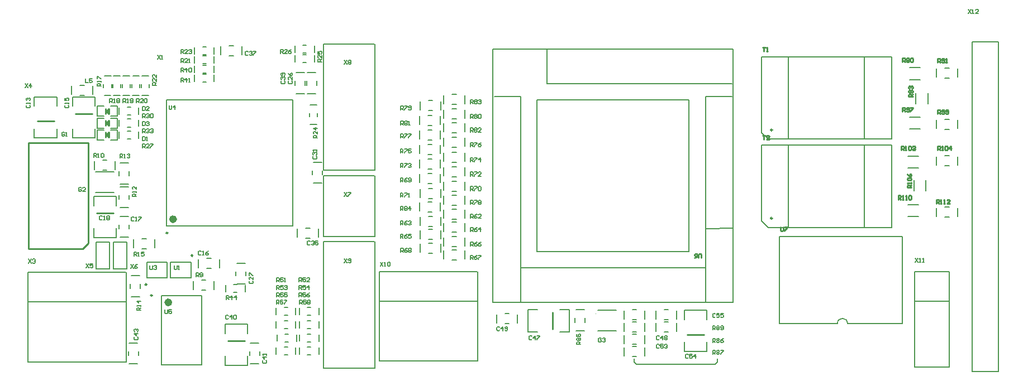
<source format=gto>
G04*
G04 #@! TF.GenerationSoftware,Altium Limited,Altium Designer,20.0.2 (26)*
G04*
G04 Layer_Color=439754*
%FSLAX44Y44*%
%MOMM*%
G71*
G01*
G75*
%ADD10C,0.1000*%
%ADD11C,0.2540*%
%ADD12C,0.1524*%
%ADD13C,0.2500*%
%ADD14C,0.6000*%
%ADD15C,0.2000*%
%ADD16C,0.1500*%
%ADD17C,0.1270*%
D10*
X2734020Y296420D02*
G03*
X2734020Y296420I-500J0D01*
G01*
X1973020Y505800D02*
G03*
X1973020Y505800I-500J0D01*
G01*
D11*
X3000934Y575140D02*
G03*
X3000934Y575140I-1414J0D01*
G01*
Y441140D02*
G03*
X3000934Y441140I-1414J0D01*
G01*
X2871820Y264510D02*
X2897220D01*
X2667820Y272940D02*
Y298340D01*
X1873520Y394640D02*
Y555640D01*
X1955520D01*
X1964520Y546640D02*
Y555640D01*
X1955520D02*
X1964520D01*
X1873520Y394640D02*
X1956200D01*
X1964520Y402960D02*
Y546640D01*
X1956200Y394640D02*
X1964520Y402960D01*
X1886820Y588340D02*
X1912220D01*
X1944820Y599770D02*
X1970220D01*
X1976820Y448770D02*
X2002220D01*
X1995550Y563830D02*
Y567640D01*
X1991740D02*
X1995550Y571450D01*
X1991740Y567640D02*
X1995550Y563830D01*
Y567640D02*
Y571450D01*
X1990470Y563830D02*
Y571450D01*
X1992976Y567584D02*
X1995516D01*
X1995550Y581830D02*
Y585640D01*
X1991740D02*
X1995550Y589450D01*
X1991740Y585640D02*
X1995550Y581830D01*
Y585640D02*
Y589450D01*
X1990470Y581830D02*
Y589450D01*
X1992976Y585584D02*
X1995516D01*
X1995550Y599830D02*
Y603640D01*
X1991740D02*
X1995550Y607450D01*
X1991740Y603640D02*
X1995550Y599830D01*
Y603640D02*
Y607450D01*
X1990470Y599830D02*
Y607450D01*
X1992976Y603584D02*
X1995516D01*
X2175820Y254770D02*
X2201220D01*
X3249520Y463640D02*
Y469638D01*
X3252519D01*
X3253519Y468638D01*
Y466639D01*
X3252519Y465639D01*
X3249520D01*
X3251519D02*
X3253519Y463640D01*
X3255518D02*
X3257517D01*
X3256518D01*
Y469638D01*
X3255518Y468638D01*
X3260516Y463640D02*
X3262516D01*
X3261516D01*
Y469638D01*
X3260516Y468638D01*
X3269514Y463640D02*
X3265515D01*
X3269514Y467639D01*
Y468638D01*
X3268514Y469638D01*
X3266514D01*
X3265515Y468638D01*
X3191520Y469640D02*
Y475638D01*
X3194519D01*
X3195519Y474638D01*
Y472639D01*
X3194519Y471639D01*
X3191520D01*
X3193519D02*
X3195519Y469640D01*
X3197518D02*
X3199518D01*
X3198518D01*
Y475638D01*
X3197518Y474638D01*
X3202516Y469640D02*
X3204516D01*
X3203516D01*
Y475638D01*
X3202516Y474638D01*
X3207515D02*
X3208514Y475638D01*
X3210514D01*
X3211513Y474638D01*
Y470640D01*
X3210514Y469640D01*
X3208514D01*
X3207515Y470640D01*
Y474638D01*
X3211520Y487640D02*
X3205522D01*
Y490639D01*
X3206522Y491639D01*
X3208521D01*
X3209521Y490639D01*
Y487640D01*
Y489639D02*
X3211520Y491639D01*
Y493638D02*
Y495637D01*
Y494638D01*
X3205522D01*
X3206522Y493638D01*
Y498636D02*
X3205522Y499636D01*
Y501635D01*
X3206522Y502635D01*
X3210520D01*
X3211520Y501635D01*
Y499636D01*
X3210520Y498636D01*
X3206522D01*
X3205522Y508633D02*
X3206522Y506634D01*
X3208521Y504635D01*
X3210520D01*
X3211520Y505634D01*
Y507634D01*
X3210520Y508633D01*
X3209521D01*
X3208521Y507634D01*
Y504635D01*
X3213520Y625640D02*
X3207522D01*
Y628639D01*
X3208522Y629639D01*
X3210521D01*
X3211521Y628639D01*
Y625640D01*
Y627639D02*
X3213520Y629639D01*
X3212520Y631638D02*
X3213520Y632638D01*
Y634637D01*
X3212520Y635637D01*
X3208522D01*
X3207522Y634637D01*
Y632638D01*
X3208522Y631638D01*
X3209521D01*
X3210521Y632638D01*
Y635637D01*
X3208522Y637636D02*
X3207522Y638636D01*
Y640635D01*
X3208522Y641635D01*
X3209521D01*
X3210521Y640635D01*
Y639636D01*
Y640635D01*
X3211521Y641635D01*
X3212520D01*
X3213520Y640635D01*
Y638636D01*
X3212520Y637636D01*
X3198114Y603250D02*
Y609248D01*
X3201113D01*
X3202113Y608248D01*
Y606249D01*
X3201113Y605249D01*
X3198114D01*
X3200114D02*
X3202113Y603250D01*
X3204112Y604250D02*
X3205112Y603250D01*
X3207111D01*
X3208111Y604250D01*
Y608248D01*
X3207111Y609248D01*
X3205112D01*
X3204112Y608248D01*
Y607249D01*
X3205112Y606249D01*
X3208111D01*
X3210110Y609248D02*
X3214109D01*
Y608248D01*
X3210110Y604250D01*
Y603250D01*
X3013202Y428020D02*
Y423022D01*
X3014202Y422022D01*
X3016201D01*
X3017201Y423022D01*
Y428020D01*
X3019200D02*
X3023199D01*
Y427020D01*
X3019200Y423022D01*
Y422022D01*
X2893180Y381022D02*
Y386020D01*
X2892180Y387020D01*
X2890181D01*
X2889181Y386020D01*
Y381022D01*
X2883183D02*
X2885182Y382022D01*
X2887182Y384021D01*
Y386020D01*
X2886182Y387020D01*
X2884183D01*
X2883183Y386020D01*
Y385021D01*
X2884183Y384021D01*
X2887182D01*
X2986024Y566830D02*
X2990023D01*
X2988023D01*
Y560832D01*
X2996021D02*
X2992022D01*
X2996021Y564831D01*
Y565830D01*
X2995021Y566830D01*
X2993022D01*
X2992022Y565830D01*
X2986024Y700688D02*
X2990023D01*
X2988023D01*
Y694690D01*
X2992022D02*
X2994021D01*
X2993022D01*
Y700688D01*
X2992022Y699688D01*
X3251454Y544322D02*
Y550320D01*
X3254453D01*
X3255453Y549320D01*
Y547321D01*
X3254453Y546321D01*
X3251454D01*
X3253453D02*
X3255453Y544322D01*
X3257452D02*
X3259451D01*
X3258452D01*
Y550320D01*
X3257452Y549320D01*
X3262450D02*
X3263450Y550320D01*
X3265450D01*
X3266449Y549320D01*
Y545322D01*
X3265450Y544322D01*
X3263450D01*
X3262450Y545322D01*
Y549320D01*
X3271447Y544322D02*
Y550320D01*
X3268448Y547321D01*
X3272447D01*
X3196082Y544322D02*
Y550320D01*
X3199081D01*
X3200081Y549320D01*
Y547321D01*
X3199081Y546321D01*
X3196082D01*
X3198081D02*
X3200081Y544322D01*
X3202080D02*
X3204079D01*
X3203080D01*
Y550320D01*
X3202080Y549320D01*
X3207079D02*
X3208078Y550320D01*
X3210078D01*
X3211077Y549320D01*
Y545322D01*
X3210078Y544322D01*
X3208078D01*
X3207079Y545322D01*
Y549320D01*
X3213076D02*
X3214076Y550320D01*
X3216075D01*
X3217075Y549320D01*
Y548321D01*
X3216075Y547321D01*
X3215076D01*
X3216075D01*
X3217075Y546321D01*
Y545322D01*
X3216075Y544322D01*
X3214076D01*
X3213076Y545322D01*
X3251454Y599694D02*
Y605692D01*
X3254453D01*
X3255453Y604692D01*
Y602693D01*
X3254453Y601693D01*
X3251454D01*
X3253453D02*
X3255453Y599694D01*
X3257452Y600694D02*
X3258452Y599694D01*
X3260451D01*
X3261451Y600694D01*
Y604692D01*
X3260451Y605692D01*
X3258452D01*
X3257452Y604692D01*
Y603693D01*
X3258452Y602693D01*
X3261451D01*
X3263450Y600694D02*
X3264450Y599694D01*
X3266449D01*
X3267449Y600694D01*
Y604692D01*
X3266449Y605692D01*
X3264450D01*
X3263450Y604692D01*
Y603693D01*
X3264450Y602693D01*
X3267449D01*
X3251454Y677672D02*
Y683670D01*
X3254453D01*
X3255453Y682670D01*
Y680671D01*
X3254453Y679671D01*
X3251454D01*
X3253453D02*
X3255453Y677672D01*
X3257452Y678672D02*
X3258452Y677672D01*
X3260451D01*
X3261451Y678672D01*
Y682670D01*
X3260451Y683670D01*
X3258452D01*
X3257452Y682670D01*
Y681671D01*
X3258452Y680671D01*
X3261451D01*
X3263450Y677672D02*
X3265450D01*
X3264450D01*
Y683670D01*
X3263450Y682670D01*
X3198114Y678180D02*
Y684178D01*
X3201113D01*
X3202113Y683178D01*
Y681179D01*
X3201113Y680179D01*
X3198114D01*
X3200114D02*
X3202113Y678180D01*
X3204112Y679180D02*
X3205112Y678180D01*
X3207111D01*
X3208111Y679180D01*
Y683178D01*
X3207111Y684178D01*
X3205112D01*
X3204112Y683178D01*
Y682179D01*
X3205112Y681179D01*
X3208111D01*
X3210110Y683178D02*
X3211110Y684178D01*
X3213109D01*
X3214109Y683178D01*
Y679180D01*
X3213109Y678180D01*
X3211110D01*
X3210110Y679180D01*
Y683178D01*
D12*
X3114750Y281480D02*
G03*
X3099510Y281480I-7620J0D01*
G01*
X2577520Y313640D02*
X2941520D01*
X2644520Y390640D02*
X2874520D01*
Y620640D01*
X2644520D02*
X2874520D01*
X2644520Y390640D02*
Y620640D01*
X2899520Y315280D02*
Y425640D01*
X2941300Y425770D01*
X2577521Y697640D02*
X2941520D01*
X2577520Y313640D02*
Y697640D01*
X2941520Y313640D02*
Y697640D01*
X2659520Y645640D02*
X2939520D01*
X2659520Y645640D02*
Y697550D01*
X2619520Y314010D02*
Y625640D01*
X2579520D02*
X2619520D01*
Y365640D02*
X2899520D01*
Y425640D02*
Y625640D01*
Y425640D02*
X2941300Y425770D01*
X2899520Y625640D02*
X2939520D01*
X3011520Y281480D02*
Y413560D01*
X3197520Y281480D02*
Y413560D01*
X3011520D02*
X3197520D01*
X3114750Y281480D02*
X3197520D01*
X3011520D02*
X3099510D01*
D13*
X2122770Y384640D02*
G03*
X2122770Y384640I-1250J0D01*
G01*
X2052770Y340640D02*
G03*
X2052770Y340640I-1250J0D01*
G01*
X2061270Y323940D02*
G03*
X2061270Y323940I-1250J0D01*
G01*
X2084770Y418890D02*
G03*
X2084770Y418890I-1250J0D01*
G01*
D14*
X2088520Y313490D02*
G03*
X2088520Y313490I-3000J0D01*
G01*
X2095770Y439640D02*
G03*
X2095770Y439640I-3000J0D01*
G01*
D15*
X2917520Y222640D02*
Y227640D01*
X2914520Y219640D02*
X2917520Y222640D01*
X2794520Y219640D02*
X2914520D01*
X2791520Y222640D02*
X2794520Y219640D01*
X2791520Y222640D02*
Y227640D01*
X3206660Y443530D02*
X3222520Y443640D01*
X3206520Y461640D02*
X3222520D01*
X3233520Y498640D02*
X3233630Y482780D01*
X3215520Y482640D02*
Y498640D01*
X3236520Y630640D02*
X3236630Y614780D01*
X3218520Y614640D02*
Y630640D01*
X3208660Y576530D02*
X3224520Y576640D01*
X3208520Y594640D02*
X3224520D01*
X2867520Y239110D02*
X2901520D01*
Y253080D01*
X2867520Y239110D02*
Y253080D01*
Y301340D02*
X2901520D01*
X2867520Y287370D02*
Y301340D01*
X2901520Y287370D02*
Y301340D01*
X2736520Y270510D02*
X2764520D01*
X2736520Y302010D02*
X2764520D01*
X2693220Y268640D02*
Y302640D01*
X2679250D02*
X2693220D01*
X2679250Y268640D02*
X2693220D01*
X2630990D02*
Y302640D01*
Y268640D02*
X2644960D01*
X2630990Y302640D02*
X2644960D01*
X3208520Y669640D02*
X3224520D01*
X3208660Y651530D02*
X3224520Y651640D01*
X2984520Y571140D02*
Y686140D01*
Y571140D02*
X2994520Y561140D01*
X3181520D01*
X2984520Y686140D02*
X3181520D01*
X3140520Y561140D02*
Y686140D01*
X3025520Y561140D02*
Y686140D01*
X3181520Y561140D02*
Y686140D01*
X3206520Y535640D02*
X3222520D01*
X3206660Y517530D02*
X3222520Y517640D01*
X2984520Y437140D02*
Y552140D01*
Y437140D02*
X2994520Y427140D01*
X3181520D01*
X2984520Y552140D02*
X3181520D01*
X3140520Y427140D02*
Y552140D01*
X3025520Y427140D02*
Y552140D01*
X3181520Y427140D02*
Y552140D01*
X1916520Y611200D02*
Y625170D01*
X1882520Y611200D02*
Y625170D01*
X1916520D01*
X1882520Y562940D02*
Y576910D01*
X1916520Y562940D02*
Y576910D01*
X1882520Y562940D02*
X1916520D01*
X1940520D02*
Y576910D01*
X1974520Y562940D02*
Y576910D01*
X1940520Y562940D02*
X1974520D01*
Y611200D02*
Y625170D01*
X1940520Y611200D02*
Y625170D01*
X1974520D01*
X1972520Y411940D02*
Y425910D01*
X2006520Y411940D02*
Y425910D01*
X1972520Y411940D02*
X2006520D01*
Y460200D02*
Y474170D01*
X1972520Y460200D02*
Y474170D01*
X2006520D01*
X1975520Y479890D02*
X2003520D01*
X1975520Y511390D02*
X2003520D01*
X2089020Y351140D02*
Y374140D01*
X2120020Y351140D02*
Y374140D01*
X2089020Y351140D02*
X2120020D01*
X2089020Y374140D02*
X2120020D01*
X2084020Y351140D02*
Y374140D01*
X2053020Y351140D02*
Y374140D01*
X2084020D01*
X2053020Y351140D02*
X2084020D01*
X2075520Y218490D02*
X2136020D01*
X2075520Y323490D02*
X2136020D01*
Y218490D02*
Y323490D01*
X2075520Y218490D02*
Y323490D01*
X2171520Y280170D02*
X2205520D01*
X2171520Y266200D02*
Y280170D01*
X2205520Y266200D02*
Y280170D01*
X2171520Y217940D02*
X2205520D01*
Y231910D01*
X2171520Y217940D02*
Y231910D01*
X2273770Y429640D02*
Y620640D01*
X2082770Y429640D02*
Y620640D01*
X2273770D01*
X2082770Y429640D02*
X2273770D01*
X2873519Y233638D02*
X2872519Y234638D01*
X2870520D01*
X2869520Y233638D01*
Y229640D01*
X2870520Y228640D01*
X2872519D01*
X2873519Y229640D01*
X2879517Y234638D02*
X2875518D01*
Y231639D01*
X2877517Y232639D01*
X2878517D01*
X2879517Y231639D01*
Y229640D01*
X2878517Y228640D01*
X2876518D01*
X2875518Y229640D01*
X2884515Y228640D02*
Y234638D01*
X2881516Y231639D01*
X2885515D01*
X2829519Y248638D02*
X2828519Y249638D01*
X2826520D01*
X2825520Y248638D01*
Y244640D01*
X2826520Y243640D01*
X2828519D01*
X2829519Y244640D01*
X2835517Y249638D02*
X2831518D01*
Y246639D01*
X2833517Y247639D01*
X2834517D01*
X2835517Y246639D01*
Y244640D01*
X2834517Y243640D01*
X2832518D01*
X2831518Y244640D01*
X2837516Y248638D02*
X2838516Y249638D01*
X2840515D01*
X2841515Y248638D01*
Y247639D01*
X2840515Y246639D01*
X2839515D01*
X2840515D01*
X2841515Y245639D01*
Y244640D01*
X2840515Y243640D01*
X2838516D01*
X2837516Y244640D01*
X2829519Y261638D02*
X2828519Y262638D01*
X2826520D01*
X2825520Y261638D01*
Y257640D01*
X2826520Y256640D01*
X2828519D01*
X2829519Y257640D01*
X2834517Y256640D02*
Y262638D01*
X2831518Y259639D01*
X2835517D01*
X2837516Y261638D02*
X2838516Y262638D01*
X2840515D01*
X2841515Y261638D01*
Y260639D01*
X2840515Y259639D01*
X2841515Y258639D01*
Y257640D01*
X2840515Y256640D01*
X2838516D01*
X2837516Y257640D01*
Y258639D01*
X2838516Y259639D01*
X2837516Y260639D01*
Y261638D01*
X2838516Y259639D02*
X2840515D01*
X2914519Y295638D02*
X2913519Y296638D01*
X2911520D01*
X2910520Y295638D01*
Y291640D01*
X2911520Y290640D01*
X2913519D01*
X2914519Y291640D01*
X2920517Y296638D02*
X2916518D01*
Y293639D01*
X2918517Y294639D01*
X2919517D01*
X2920517Y293639D01*
Y291640D01*
X2919517Y290640D01*
X2917518D01*
X2916518Y291640D01*
X2926515Y296638D02*
X2922516D01*
Y293639D01*
X2924515Y294639D01*
X2925515D01*
X2926515Y293639D01*
Y291640D01*
X2925515Y290640D01*
X2923516D01*
X2922516Y291640D01*
X2910520Y271640D02*
Y277638D01*
X2913519D01*
X2914519Y276638D01*
Y274639D01*
X2913519Y273639D01*
X2910520D01*
X2912520D02*
X2914519Y271640D01*
X2916518Y276638D02*
X2917518Y277638D01*
X2919517D01*
X2920517Y276638D01*
Y275639D01*
X2919517Y274639D01*
X2920517Y273639D01*
Y272640D01*
X2919517Y271640D01*
X2917518D01*
X2916518Y272640D01*
Y273639D01*
X2917518Y274639D01*
X2916518Y275639D01*
Y276638D01*
X2917518Y274639D02*
X2919517D01*
X2922516Y272640D02*
X2923516Y271640D01*
X2925515D01*
X2926515Y272640D01*
Y276638D01*
X2925515Y277638D01*
X2923516D01*
X2922516Y276638D01*
Y275639D01*
X2923516Y274639D01*
X2926515D01*
X2910520Y252640D02*
Y258638D01*
X2913519D01*
X2914519Y257638D01*
Y255639D01*
X2913519Y254639D01*
X2910520D01*
X2912520D02*
X2914519Y252640D01*
X2916518Y257638D02*
X2917518Y258638D01*
X2919517D01*
X2920517Y257638D01*
Y256639D01*
X2919517Y255639D01*
X2920517Y254639D01*
Y253640D01*
X2919517Y252640D01*
X2917518D01*
X2916518Y253640D01*
Y254639D01*
X2917518Y255639D01*
X2916518Y256639D01*
Y257638D01*
X2917518Y255639D02*
X2919517D01*
X2926515Y258638D02*
X2924515Y257638D01*
X2922516Y255639D01*
Y253640D01*
X2923516Y252640D01*
X2925515D01*
X2926515Y253640D01*
Y254639D01*
X2925515Y255639D01*
X2922516D01*
X2910520Y234640D02*
Y240638D01*
X2913519D01*
X2914519Y239638D01*
Y237639D01*
X2913519Y236639D01*
X2910520D01*
X2912520D02*
X2914519Y234640D01*
X2916518Y239638D02*
X2917518Y240638D01*
X2919517D01*
X2920517Y239638D01*
Y238639D01*
X2919517Y237639D01*
X2920517Y236639D01*
Y235640D01*
X2919517Y234640D01*
X2917518D01*
X2916518Y235640D01*
Y236639D01*
X2917518Y237639D01*
X2916518Y238639D01*
Y239638D01*
X2917518Y237639D02*
X2919517D01*
X2922516Y240638D02*
X2926515D01*
Y239638D01*
X2922516Y235640D01*
Y234640D01*
X2741519Y258638D02*
X2740519Y259638D01*
X2738520D01*
X2737520Y258638D01*
Y254640D01*
X2738520Y253640D01*
X2740519D01*
X2741519Y254640D01*
Y256639D01*
X2739519D01*
X2743518Y258638D02*
X2744518Y259638D01*
X2746517D01*
X2747517Y258638D01*
Y257639D01*
X2746517Y256639D01*
X2745517D01*
X2746517D01*
X2747517Y255639D01*
Y254640D01*
X2746517Y253640D01*
X2744518D01*
X2743518Y254640D01*
X2710520Y249640D02*
X2704522D01*
Y252639D01*
X2705522Y253639D01*
X2707521D01*
X2708521Y252639D01*
Y249640D01*
Y251639D02*
X2710520Y253639D01*
X2705522Y255638D02*
X2704522Y256638D01*
Y258637D01*
X2705522Y259637D01*
X2706521D01*
X2707521Y258637D01*
X2708521Y259637D01*
X2709520D01*
X2710520Y258637D01*
Y256638D01*
X2709520Y255638D01*
X2708521D01*
X2707521Y256638D01*
X2706521Y255638D01*
X2705522D01*
X2707521Y256638D02*
Y258637D01*
X2704522Y265635D02*
Y261636D01*
X2707521D01*
X2706521Y263636D01*
Y264635D01*
X2707521Y265635D01*
X2709520D01*
X2710520Y264635D01*
Y262636D01*
X2709520Y261636D01*
X2636519Y261638D02*
X2635519Y262638D01*
X2633520D01*
X2632520Y261638D01*
Y257640D01*
X2633520Y256640D01*
X2635519D01*
X2636519Y257640D01*
X2641517Y256640D02*
Y262638D01*
X2638518Y259639D01*
X2642517D01*
X2644516Y262638D02*
X2648515D01*
Y261638D01*
X2644516Y257640D01*
Y256640D01*
X2587519Y275638D02*
X2586519Y276638D01*
X2584520D01*
X2583520Y275638D01*
Y271640D01*
X2584520Y270640D01*
X2586519D01*
X2587519Y271640D01*
X2592517Y270640D02*
Y276638D01*
X2589518Y273639D01*
X2593517D01*
X2595516Y271640D02*
X2596516Y270640D01*
X2598515D01*
X2599515Y271640D01*
Y275638D01*
X2598515Y276638D01*
X2596516D01*
X2595516Y275638D01*
Y274639D01*
X2596516Y273639D01*
X2599515D01*
X2543322Y615116D02*
Y621114D01*
X2546321D01*
X2547321Y620114D01*
Y618115D01*
X2546321Y617115D01*
X2543322D01*
X2545321D02*
X2547321Y615116D01*
X2549320Y620114D02*
X2550320Y621114D01*
X2552319D01*
X2553319Y620114D01*
Y619115D01*
X2552319Y618115D01*
X2553319Y617115D01*
Y616116D01*
X2552319Y615116D01*
X2550320D01*
X2549320Y616116D01*
Y617115D01*
X2550320Y618115D01*
X2549320Y619115D01*
Y620114D01*
X2550320Y618115D02*
X2552319D01*
X2555318Y620114D02*
X2556318Y621114D01*
X2558317D01*
X2559317Y620114D01*
Y619115D01*
X2558317Y618115D01*
X2557318D01*
X2558317D01*
X2559317Y617115D01*
Y616116D01*
X2558317Y615116D01*
X2556318D01*
X2555318Y616116D01*
X2543250Y592996D02*
Y598994D01*
X2546249D01*
X2547249Y597994D01*
Y595995D01*
X2546249Y594995D01*
X2543250D01*
X2545249D02*
X2547249Y592996D01*
X2549248Y597994D02*
X2550248Y598994D01*
X2552247D01*
X2553247Y597994D01*
Y596995D01*
X2552247Y595995D01*
X2553247Y594995D01*
Y593996D01*
X2552247Y592996D01*
X2550248D01*
X2549248Y593996D01*
Y594995D01*
X2550248Y595995D01*
X2549248Y596995D01*
Y597994D01*
X2550248Y595995D02*
X2552247D01*
X2555246Y597994D02*
X2556246Y598994D01*
X2558245D01*
X2559245Y597994D01*
Y593996D01*
X2558245Y592996D01*
X2556246D01*
X2555246Y593996D01*
Y597994D01*
X2543250Y572094D02*
Y578092D01*
X2546249D01*
X2547249Y577092D01*
Y575093D01*
X2546249Y574093D01*
X2543250D01*
X2545249D02*
X2547249Y572094D01*
X2549248Y577092D02*
X2550248Y578092D01*
X2552247D01*
X2553247Y577092D01*
Y576093D01*
X2552247Y575093D01*
X2553247Y574093D01*
Y573094D01*
X2552247Y572094D01*
X2550248D01*
X2549248Y573094D01*
Y574093D01*
X2550248Y575093D01*
X2549248Y576093D01*
Y577092D01*
X2550248Y575093D02*
X2552247D01*
X2559245Y572094D02*
X2555246D01*
X2559245Y576093D01*
Y577092D01*
X2558245Y578092D01*
X2556246D01*
X2555246Y577092D01*
X2543370Y550024D02*
Y556022D01*
X2546369D01*
X2547369Y555022D01*
Y553023D01*
X2546369Y552023D01*
X2543370D01*
X2545369D02*
X2547369Y550024D01*
X2549368Y556022D02*
X2553367D01*
Y555022D01*
X2549368Y551024D01*
Y550024D01*
X2559365Y556022D02*
X2557366Y555022D01*
X2555366Y553023D01*
Y551024D01*
X2556366Y550024D01*
X2558365D01*
X2559365Y551024D01*
Y552023D01*
X2558365Y553023D01*
X2555366D01*
X2543250Y527160D02*
Y533158D01*
X2546249D01*
X2547249Y532158D01*
Y530159D01*
X2546249Y529159D01*
X2543250D01*
X2545249D02*
X2547249Y527160D01*
X2549248Y533158D02*
X2553247D01*
Y532158D01*
X2549248Y528160D01*
Y527160D01*
X2558245D02*
Y533158D01*
X2555246Y530159D01*
X2559245D01*
X2543318Y505214D02*
Y511212D01*
X2546317D01*
X2547317Y510212D01*
Y508213D01*
X2546317Y507213D01*
X2543318D01*
X2545317D02*
X2547317Y505214D01*
X2549316Y511212D02*
X2553315D01*
Y510212D01*
X2549316Y506214D01*
Y505214D01*
X2559313D02*
X2555314D01*
X2559313Y509213D01*
Y510212D01*
X2558313Y511212D01*
X2556314D01*
X2555314Y510212D01*
X2543402Y483176D02*
Y489174D01*
X2546401D01*
X2547401Y488174D01*
Y486175D01*
X2546401Y485175D01*
X2543402D01*
X2545401D02*
X2547401Y483176D01*
X2549400Y489174D02*
X2553399D01*
Y488174D01*
X2549400Y484176D01*
Y483176D01*
X2555398Y488174D02*
X2556398Y489174D01*
X2558397D01*
X2559397Y488174D01*
Y484176D01*
X2558397Y483176D01*
X2556398D01*
X2555398Y484176D01*
Y488174D01*
X2543430Y462096D02*
Y468094D01*
X2546429D01*
X2547429Y467094D01*
Y465095D01*
X2546429Y464095D01*
X2543430D01*
X2545429D02*
X2547429Y462096D01*
X2549428Y468094D02*
X2553427D01*
Y467094D01*
X2549428Y463096D01*
Y462096D01*
X2555426Y467094D02*
X2556426Y468094D01*
X2558425D01*
X2559425Y467094D01*
Y466095D01*
X2558425Y465095D01*
X2559425Y464095D01*
Y463096D01*
X2558425Y462096D01*
X2556426D01*
X2555426Y463096D01*
Y464095D01*
X2556426Y465095D01*
X2555426Y466095D01*
Y467094D01*
X2556426Y465095D02*
X2558425D01*
X2543266Y441070D02*
Y447068D01*
X2546265D01*
X2547265Y446068D01*
Y444069D01*
X2546265Y443069D01*
X2543266D01*
X2545265D02*
X2547265Y441070D01*
X2553263Y447068D02*
X2551263Y446068D01*
X2549264Y444069D01*
Y442070D01*
X2550264Y441070D01*
X2552263D01*
X2553263Y442070D01*
Y443069D01*
X2552263Y444069D01*
X2549264D01*
X2559261Y441070D02*
X2555262D01*
X2559261Y445069D01*
Y446068D01*
X2558261Y447068D01*
X2556262D01*
X2555262Y446068D01*
X2543370Y420996D02*
Y426994D01*
X2546369D01*
X2547369Y425994D01*
Y423995D01*
X2546369Y422995D01*
X2543370D01*
X2545369D02*
X2547369Y420996D01*
X2553367Y426994D02*
X2551367Y425994D01*
X2549368Y423995D01*
Y421996D01*
X2550368Y420996D01*
X2552367D01*
X2553367Y421996D01*
Y422995D01*
X2552367Y423995D01*
X2549368D01*
X2558365Y420996D02*
Y426994D01*
X2555366Y423995D01*
X2559365D01*
X2543370Y399084D02*
Y405082D01*
X2546369D01*
X2547369Y404082D01*
Y402083D01*
X2546369Y401083D01*
X2543370D01*
X2545369D02*
X2547369Y399084D01*
X2553367Y405082D02*
X2551367Y404082D01*
X2549368Y402083D01*
Y400084D01*
X2550368Y399084D01*
X2552367D01*
X2553367Y400084D01*
Y401083D01*
X2552367Y402083D01*
X2549368D01*
X2559365Y405082D02*
X2557366Y404082D01*
X2555366Y402083D01*
Y400084D01*
X2556366Y399084D01*
X2558365D01*
X2559365Y400084D01*
Y401083D01*
X2558365Y402083D01*
X2555366D01*
X2543250Y378986D02*
Y384984D01*
X2546249D01*
X2547249Y383984D01*
Y381985D01*
X2546249Y380985D01*
X2543250D01*
X2545249D02*
X2547249Y378986D01*
X2553247Y384984D02*
X2551248Y383984D01*
X2549248Y381985D01*
Y379986D01*
X2550248Y378986D01*
X2552247D01*
X2553247Y379986D01*
Y380985D01*
X2552247Y381985D01*
X2549248D01*
X2555246Y384984D02*
X2559245D01*
Y383984D01*
X2555246Y379986D01*
Y378986D01*
X2437520Y389640D02*
Y395638D01*
X2440519D01*
X2441519Y394638D01*
Y392639D01*
X2440519Y391639D01*
X2437520D01*
X2439519D02*
X2441519Y389640D01*
X2447517Y395638D02*
X2445517Y394638D01*
X2443518Y392639D01*
Y390640D01*
X2444518Y389640D01*
X2446517D01*
X2447517Y390640D01*
Y391639D01*
X2446517Y392639D01*
X2443518D01*
X2449516Y394638D02*
X2450516Y395638D01*
X2452515D01*
X2453515Y394638D01*
Y393639D01*
X2452515Y392639D01*
X2453515Y391639D01*
Y390640D01*
X2452515Y389640D01*
X2450516D01*
X2449516Y390640D01*
Y391639D01*
X2450516Y392639D01*
X2449516Y393639D01*
Y394638D01*
X2450516Y392639D02*
X2452515D01*
X2437334Y411036D02*
Y417034D01*
X2440333D01*
X2441333Y416034D01*
Y414035D01*
X2440333Y413035D01*
X2437334D01*
X2439333D02*
X2441333Y411036D01*
X2447331Y417034D02*
X2445331Y416034D01*
X2443332Y414035D01*
Y412036D01*
X2444332Y411036D01*
X2446331D01*
X2447331Y412036D01*
Y413035D01*
X2446331Y414035D01*
X2443332D01*
X2453329Y417034D02*
X2449330D01*
Y414035D01*
X2451329Y415035D01*
X2452329D01*
X2453329Y414035D01*
Y412036D01*
X2452329Y411036D01*
X2450330D01*
X2449330Y412036D01*
X2437334Y431134D02*
Y437132D01*
X2440333D01*
X2441333Y436132D01*
Y434133D01*
X2440333Y433133D01*
X2437334D01*
X2439333D02*
X2441333Y431134D01*
X2447331Y437132D02*
X2445331Y436132D01*
X2443332Y434133D01*
Y432134D01*
X2444332Y431134D01*
X2446331D01*
X2447331Y432134D01*
Y433133D01*
X2446331Y434133D01*
X2443332D01*
X2449330Y436132D02*
X2450330Y437132D01*
X2452329D01*
X2453329Y436132D01*
Y435133D01*
X2452329Y434133D01*
X2451329D01*
X2452329D01*
X2453329Y433133D01*
Y432134D01*
X2452329Y431134D01*
X2450330D01*
X2449330Y432134D01*
X2437334Y452966D02*
Y458964D01*
X2440333D01*
X2441333Y457964D01*
Y455965D01*
X2440333Y454965D01*
X2437334D01*
X2439333D02*
X2441333Y452966D01*
X2443332Y457964D02*
X2444332Y458964D01*
X2446331D01*
X2447331Y457964D01*
Y456965D01*
X2446331Y455965D01*
X2447331Y454965D01*
Y453966D01*
X2446331Y452966D01*
X2444332D01*
X2443332Y453966D01*
Y454965D01*
X2444332Y455965D01*
X2443332Y456965D01*
Y457964D01*
X2444332Y455965D02*
X2446331D01*
X2452329Y452966D02*
Y458964D01*
X2449330Y455965D01*
X2453329D01*
X2437334Y473126D02*
Y479124D01*
X2440333D01*
X2441333Y478124D01*
Y476125D01*
X2440333Y475125D01*
X2437334D01*
X2439333D02*
X2441333Y473126D01*
X2443332Y479124D02*
X2447331D01*
Y478124D01*
X2443332Y474126D01*
Y473126D01*
X2449330D02*
X2451329D01*
X2450330D01*
Y479124D01*
X2449330Y478124D01*
X2437334Y496210D02*
Y502208D01*
X2440333D01*
X2441333Y501208D01*
Y499209D01*
X2440333Y498209D01*
X2437334D01*
X2439333D02*
X2441333Y496210D01*
X2447331Y502208D02*
X2445331Y501208D01*
X2443332Y499209D01*
Y497210D01*
X2444332Y496210D01*
X2446331D01*
X2447331Y497210D01*
Y498209D01*
X2446331Y499209D01*
X2443332D01*
X2449330Y497210D02*
X2450330Y496210D01*
X2452329D01*
X2453329Y497210D01*
Y501208D01*
X2452329Y502208D01*
X2450330D01*
X2449330Y501208D01*
Y500209D01*
X2450330Y499209D01*
X2453329D01*
X2437334Y518200D02*
Y524198D01*
X2440333D01*
X2441333Y523198D01*
Y521199D01*
X2440333Y520199D01*
X2437334D01*
X2439333D02*
X2441333Y518200D01*
X2443332Y524198D02*
X2447331D01*
Y523198D01*
X2443332Y519200D01*
Y518200D01*
X2449330Y523198D02*
X2450330Y524198D01*
X2452329D01*
X2453329Y523198D01*
Y522199D01*
X2452329Y521199D01*
X2451329D01*
X2452329D01*
X2453329Y520199D01*
Y519200D01*
X2452329Y518200D01*
X2450330D01*
X2449330Y519200D01*
X2437334Y539974D02*
Y545972D01*
X2440333D01*
X2441333Y544972D01*
Y542973D01*
X2440333Y541973D01*
X2437334D01*
X2439333D02*
X2441333Y539974D01*
X2443332Y545972D02*
X2447331D01*
Y544972D01*
X2443332Y540974D01*
Y539974D01*
X2453329Y545972D02*
X2449330D01*
Y542973D01*
X2451329Y543973D01*
X2452329D01*
X2453329Y542973D01*
Y540974D01*
X2452329Y539974D01*
X2450330D01*
X2449330Y540974D01*
X2437398Y563108D02*
Y569106D01*
X2440397D01*
X2441397Y568106D01*
Y566107D01*
X2440397Y565107D01*
X2437398D01*
X2439397D02*
X2441397Y563108D01*
X2443396Y569106D02*
X2447395D01*
Y568106D01*
X2443396Y564108D01*
Y563108D01*
X2449394Y569106D02*
X2453393D01*
Y568106D01*
X2449394Y564108D01*
Y563108D01*
X2437520Y582640D02*
Y588638D01*
X2440519D01*
X2441519Y587638D01*
Y585639D01*
X2440519Y584639D01*
X2437520D01*
X2439519D02*
X2441519Y582640D01*
X2443518Y587638D02*
X2444518Y588638D01*
X2446517D01*
X2447517Y587638D01*
Y586639D01*
X2446517Y585639D01*
X2447517Y584639D01*
Y583640D01*
X2446517Y582640D01*
X2444518D01*
X2443518Y583640D01*
Y584639D01*
X2444518Y585639D01*
X2443518Y586639D01*
Y587638D01*
X2444518Y585639D02*
X2446517D01*
X2449516Y582640D02*
X2451516D01*
X2450516D01*
Y588638D01*
X2449516Y587638D01*
X2437520Y605640D02*
Y611638D01*
X2440519D01*
X2441519Y610638D01*
Y608639D01*
X2440519Y607639D01*
X2437520D01*
X2439519D02*
X2441519Y605640D01*
X2443518Y611638D02*
X2447517D01*
Y610638D01*
X2443518Y606640D01*
Y605640D01*
X2449516Y606640D02*
X2450516Y605640D01*
X2452515D01*
X2453515Y606640D01*
Y610638D01*
X2452515Y611638D01*
X2450516D01*
X2449516Y610638D01*
Y609639D01*
X2450516Y608639D01*
X2453515D01*
X2208852Y345989D02*
X2207852Y344989D01*
Y342990D01*
X2208852Y341990D01*
X2212850D01*
X2213850Y342990D01*
Y344989D01*
X2212850Y345989D01*
X2213850Y351987D02*
Y347988D01*
X2209851Y351987D01*
X2208852D01*
X2207852Y350987D01*
Y348988D01*
X2208852Y347988D01*
X2207852Y353986D02*
Y357985D01*
X2208852D01*
X2212850Y353986D01*
X2213850D01*
X2046210Y565158D02*
Y559160D01*
X2049209D01*
X2050209Y560160D01*
Y564158D01*
X2049209Y565158D01*
X2046210D01*
X2052208Y559160D02*
X2054207D01*
X2053208D01*
Y565158D01*
X2052208Y564158D01*
X2046210Y610878D02*
Y604880D01*
X2049209D01*
X2050209Y605880D01*
Y609878D01*
X2049209Y610878D01*
X2046210D01*
X2056207Y604880D02*
X2052208D01*
X2056207Y608879D01*
Y609878D01*
X2055207Y610878D01*
X2053208D01*
X2052208Y609878D01*
X2046210Y588018D02*
Y582020D01*
X2049209D01*
X2050209Y583020D01*
Y587018D01*
X2049209Y588018D01*
X2046210D01*
X2052208Y587018D02*
X2053208Y588018D01*
X2055207D01*
X2056207Y587018D01*
Y586019D01*
X2055207Y585019D01*
X2054207D01*
X2055207D01*
X2056207Y584019D01*
Y583020D01*
X2055207Y582020D01*
X2053208D01*
X2052208Y583020D01*
X2046210Y547730D02*
Y553728D01*
X2049209D01*
X2050209Y552728D01*
Y550729D01*
X2049209Y549729D01*
X2046210D01*
X2048209D02*
X2050209Y547730D01*
X2056207D02*
X2052208D01*
X2056207Y551729D01*
Y552728D01*
X2055207Y553728D01*
X2053208D01*
X2052208Y552728D01*
X2058206Y553728D02*
X2062205D01*
Y552728D01*
X2058206Y548730D01*
Y547730D01*
X2046210Y593450D02*
Y599448D01*
X2049209D01*
X2050209Y598448D01*
Y596449D01*
X2049209Y595449D01*
X2046210D01*
X2048209D02*
X2050209Y593450D01*
X2052208Y598448D02*
X2053208Y599448D01*
X2055207D01*
X2056207Y598448D01*
Y597449D01*
X2055207Y596449D01*
X2054207D01*
X2055207D01*
X2056207Y595449D01*
Y594450D01*
X2055207Y593450D01*
X2053208D01*
X2052208Y594450D01*
X2058206Y598448D02*
X2059206Y599448D01*
X2061205D01*
X2062205Y598448D01*
Y594450D01*
X2061205Y593450D01*
X2059206D01*
X2058206Y594450D01*
Y598448D01*
X2046210Y570590D02*
Y576588D01*
X2049209D01*
X2050209Y575588D01*
Y573589D01*
X2049209Y572589D01*
X2046210D01*
X2048209D02*
X2050209Y570590D01*
X2052208Y575588D02*
X2053208Y576588D01*
X2055207D01*
X2056207Y575588D01*
Y574589D01*
X2055207Y573589D01*
X2054207D01*
X2055207D01*
X2056207Y572589D01*
Y571590D01*
X2055207Y570590D01*
X2053208D01*
X2052208Y571590D01*
X2058206Y575588D02*
X2059206Y576588D01*
X2061205D01*
X2062205Y575588D01*
Y574589D01*
X2061205Y573589D01*
X2060206D01*
X2061205D01*
X2062205Y572589D01*
Y571590D01*
X2061205Y570590D01*
X2059206D01*
X2058206Y571590D01*
X2104630Y663300D02*
Y669298D01*
X2107629D01*
X2108629Y668298D01*
Y666299D01*
X2107629Y665299D01*
X2104630D01*
X2106629D02*
X2108629Y663300D01*
X2113627D02*
Y669298D01*
X2110628Y666299D01*
X2114627D01*
X2116626Y668298D02*
X2117626Y669298D01*
X2119625D01*
X2120625Y668298D01*
Y664300D01*
X2119625Y663300D01*
X2117626D01*
X2116626Y664300D01*
Y668298D01*
X2104630Y648060D02*
Y654058D01*
X2107629D01*
X2108629Y653058D01*
Y651059D01*
X2107629Y650059D01*
X2104630D01*
X2106629D02*
X2108629Y648060D01*
X2113627D02*
Y654058D01*
X2110628Y651059D01*
X2114627D01*
X2116626Y648060D02*
X2118625D01*
X2117626D01*
Y654058D01*
X2116626Y653058D01*
X2173210Y317860D02*
Y323858D01*
X2176209D01*
X2177209Y322858D01*
Y320859D01*
X2176209Y319859D01*
X2173210D01*
X2175209D02*
X2177209Y317860D01*
X2182207D02*
Y323858D01*
X2179208Y320859D01*
X2183207D01*
X2188205Y317860D02*
Y323858D01*
X2185206Y320859D01*
X2189205D01*
X2094470Y369578D02*
Y364580D01*
X2095470Y363580D01*
X2097469D01*
X2098469Y364580D01*
Y369578D01*
X2100468Y363580D02*
X2102467D01*
X2101468D01*
Y369578D01*
X2100468Y368578D01*
X2057640Y369578D02*
Y364580D01*
X2058640Y363580D01*
X2060639D01*
X2061639Y364580D01*
Y369578D01*
X2063638Y368578D02*
X2064638Y369578D01*
X2066637D01*
X2067637Y368578D01*
Y367579D01*
X2066637Y366579D01*
X2065637D01*
X2066637D01*
X2067637Y365579D01*
Y364580D01*
X2066637Y363580D01*
X2064638D01*
X2063638Y364580D01*
X2080500Y302268D02*
Y297270D01*
X2081500Y296270D01*
X2083499D01*
X2084499Y297270D01*
Y302268D01*
X2090497D02*
X2086498D01*
Y299269D01*
X2088497Y300269D01*
X2089497D01*
X2090497Y299269D01*
Y297270D01*
X2089497Y296270D01*
X2087498D01*
X2086498Y297270D01*
X3217672Y380140D02*
X3221671Y374142D01*
Y380140D02*
X3217672Y374142D01*
X3223670D02*
X3225669D01*
X3224670D01*
Y380140D01*
X3223670Y379140D01*
X3228669Y374142D02*
X3230668D01*
X3229668D01*
Y380140D01*
X3228669Y379140D01*
X2104630Y677270D02*
Y683268D01*
X2107629D01*
X2108629Y682268D01*
Y680269D01*
X2107629Y679269D01*
X2104630D01*
X2106629D02*
X2108629Y677270D01*
X2114627D02*
X2110628D01*
X2114627Y681269D01*
Y682268D01*
X2113627Y683268D01*
X2111628D01*
X2110628Y682268D01*
X2116626Y677270D02*
X2118625D01*
X2117626D01*
Y683268D01*
X2116626Y682268D01*
X2104630Y691240D02*
Y697238D01*
X2107629D01*
X2108629Y696238D01*
Y694239D01*
X2107629Y693239D01*
X2104630D01*
X2106629D02*
X2108629Y691240D01*
X2114627D02*
X2110628D01*
X2114627Y695239D01*
Y696238D01*
X2113627Y697238D01*
X2111628D01*
X2110628Y696238D01*
X2116626D02*
X2117626Y697238D01*
X2119625D01*
X2120625Y696238D01*
Y695239D01*
X2119625Y694239D01*
X2118625D01*
X2119625D01*
X2120625Y693239D01*
Y692240D01*
X2119625Y691240D01*
X2117626D01*
X2116626Y692240D01*
X2311640Y562970D02*
X2305642D01*
Y565969D01*
X2306642Y566969D01*
X2308641D01*
X2309641Y565969D01*
Y562970D01*
Y564969D02*
X2311640Y566969D01*
Y572967D02*
Y568968D01*
X2307641Y572967D01*
X2306642D01*
X2305642Y571967D01*
Y569968D01*
X2306642Y568968D01*
X2311640Y577965D02*
X2305642D01*
X2308641Y574966D01*
Y578965D01*
X2317990Y678540D02*
X2311992D01*
Y681539D01*
X2312992Y682539D01*
X2314991D01*
X2315991Y681539D01*
Y678540D01*
Y680539D02*
X2317990Y682539D01*
Y688537D02*
Y684538D01*
X2313991Y688537D01*
X2312992D01*
X2311992Y687537D01*
Y685538D01*
X2312992Y684538D01*
X2311992Y694535D02*
Y690536D01*
X2314991D01*
X2313991Y692535D01*
Y693535D01*
X2314991Y694535D01*
X2316990D01*
X2317990Y693535D01*
Y691536D01*
X2316990Y690536D01*
X2255760Y691240D02*
Y697238D01*
X2258759D01*
X2259759Y696238D01*
Y694239D01*
X2258759Y693239D01*
X2255760D01*
X2257759D02*
X2259759Y691240D01*
X2265757D02*
X2261758D01*
X2265757Y695239D01*
Y696238D01*
X2264757Y697238D01*
X2262758D01*
X2261758Y696238D01*
X2271755Y697238D02*
X2269756Y696238D01*
X2267756Y694239D01*
Y692240D01*
X2268756Y691240D01*
X2270755D01*
X2271755Y692240D01*
Y693239D01*
X2270755Y694239D01*
X2267756D01*
X2305372Y535219D02*
X2304372Y534219D01*
Y532220D01*
X2305372Y531220D01*
X2309370D01*
X2310370Y532220D01*
Y534219D01*
X2309370Y535219D01*
X2305372Y537218D02*
X2304372Y538218D01*
Y540217D01*
X2305372Y541217D01*
X2306371D01*
X2307371Y540217D01*
Y539217D01*
Y540217D01*
X2308371Y541217D01*
X2309370D01*
X2310370Y540217D01*
Y538218D01*
X2309370Y537218D01*
X2310370Y543216D02*
Y545215D01*
Y544216D01*
X2304372D01*
X2305372Y543216D01*
X2300399Y405408D02*
X2299399Y406408D01*
X2297400D01*
X2296400Y405408D01*
Y401410D01*
X2297400Y400410D01*
X2299399D01*
X2300399Y401410D01*
X2302398Y405408D02*
X2303398Y406408D01*
X2305397D01*
X2306397Y405408D01*
Y404409D01*
X2305397Y403409D01*
X2304397D01*
X2305397D01*
X2306397Y402409D01*
Y401410D01*
X2305397Y400410D01*
X2303398D01*
X2302398Y401410D01*
X2312395Y406408D02*
X2308396D01*
Y403409D01*
X2310396Y404409D01*
X2311395D01*
X2312395Y403409D01*
Y401410D01*
X2311395Y400410D01*
X2309396D01*
X2308396Y401410D01*
X2206419Y693698D02*
X2205419Y694698D01*
X2203420D01*
X2202420Y693698D01*
Y689700D01*
X2203420Y688700D01*
X2205419D01*
X2206419Y689700D01*
X2208418Y693698D02*
X2209418Y694698D01*
X2211417D01*
X2212417Y693698D01*
Y692699D01*
X2211417Y691699D01*
X2210417D01*
X2211417D01*
X2212417Y690699D01*
Y689700D01*
X2211417Y688700D01*
X2209418D01*
X2208418Y689700D01*
X2214416Y694698D02*
X2218415D01*
Y693698D01*
X2214416Y689700D01*
Y688700D01*
X2257112Y649519D02*
X2256112Y648519D01*
Y646520D01*
X2257112Y645520D01*
X2261110D01*
X2262110Y646520D01*
Y648519D01*
X2261110Y649519D01*
X2257112Y651518D02*
X2256112Y652518D01*
Y654517D01*
X2257112Y655517D01*
X2258111D01*
X2259111Y654517D01*
Y653517D01*
Y654517D01*
X2260111Y655517D01*
X2261110D01*
X2262110Y654517D01*
Y652518D01*
X2261110Y651518D01*
Y657516D02*
X2262110Y658516D01*
Y660515D01*
X2261110Y661515D01*
X2257112D01*
X2256112Y660515D01*
Y658516D01*
X2257112Y657516D01*
X2258111D01*
X2259111Y658516D01*
Y661515D01*
X2069070Y688348D02*
X2073069Y682350D01*
Y688348D02*
X2069070Y682350D01*
X2075068D02*
X2077067D01*
X2076068D01*
Y688348D01*
X2075068Y687348D01*
X2028430Y370848D02*
X2032429Y364850D01*
Y370848D02*
X2028430Y364850D01*
X2038427Y370848D02*
X2036427Y369848D01*
X2034428Y367849D01*
Y365850D01*
X2035428Y364850D01*
X2037427D01*
X2038427Y365850D01*
Y366849D01*
X2037427Y367849D01*
X2034428D01*
X1961120Y372118D02*
X1965119Y366120D01*
Y372118D02*
X1961120Y366120D01*
X1971117Y372118D02*
X1967118D01*
Y369119D01*
X1969117Y370119D01*
X1970117D01*
X1971117Y369119D01*
Y367120D01*
X1970117Y366120D01*
X1968118D01*
X1967118Y367120D01*
X1868410Y645168D02*
X1872409Y639170D01*
Y645168D02*
X1868410Y639170D01*
X1877407D02*
Y645168D01*
X1874408Y642169D01*
X1878407D01*
X2284222Y310642D02*
Y316640D01*
X2287221D01*
X2288221Y315640D01*
Y313641D01*
X2287221Y312641D01*
X2284222D01*
X2286221D02*
X2288221Y310642D01*
X2294219Y316640D02*
X2290220D01*
Y313641D01*
X2292219Y314641D01*
X2293219D01*
X2294219Y313641D01*
Y311642D01*
X2293219Y310642D01*
X2291220D01*
X2290220Y311642D01*
X2296218Y315640D02*
X2297218Y316640D01*
X2299217D01*
X2300217Y315640D01*
Y314641D01*
X2299217Y313641D01*
X2300217Y312641D01*
Y311642D01*
X2299217Y310642D01*
X2297218D01*
X2296218Y311642D01*
Y312641D01*
X2297218Y313641D01*
X2296218Y314641D01*
Y315640D01*
X2297218Y313641D02*
X2299217D01*
X2249170Y310642D02*
Y316640D01*
X2252169D01*
X2253169Y315640D01*
Y313641D01*
X2252169Y312641D01*
X2249170D01*
X2251169D02*
X2253169Y310642D01*
X2259167Y316640D02*
X2255168D01*
Y313641D01*
X2257167Y314641D01*
X2258167D01*
X2259167Y313641D01*
Y311642D01*
X2258167Y310642D01*
X2256168D01*
X2255168Y311642D01*
X2261166Y316640D02*
X2265165D01*
Y315640D01*
X2261166Y311642D01*
Y310642D01*
X2283700Y321670D02*
Y327668D01*
X2286699D01*
X2287699Y326668D01*
Y324669D01*
X2286699Y323669D01*
X2283700D01*
X2285699D02*
X2287699Y321670D01*
X2293697Y327668D02*
X2289698D01*
Y324669D01*
X2291697Y325669D01*
X2292697D01*
X2293697Y324669D01*
Y322670D01*
X2292697Y321670D01*
X2290698D01*
X2289698Y322670D01*
X2299695Y327668D02*
X2297695Y326668D01*
X2295696Y324669D01*
Y322670D01*
X2296696Y321670D01*
X2298695D01*
X2299695Y322670D01*
Y323669D01*
X2298695Y324669D01*
X2295696D01*
X2249410Y321670D02*
Y327668D01*
X2252409D01*
X2253409Y326668D01*
Y324669D01*
X2252409Y323669D01*
X2249410D01*
X2251409D02*
X2253409Y321670D01*
X2259407Y327668D02*
X2255408D01*
Y324669D01*
X2257407Y325669D01*
X2258407D01*
X2259407Y324669D01*
Y322670D01*
X2258407Y321670D01*
X2256408D01*
X2255408Y322670D01*
X2265405Y327668D02*
X2261406D01*
Y324669D01*
X2263405Y325669D01*
X2264405D01*
X2265405Y324669D01*
Y322670D01*
X2264405Y321670D01*
X2262406D01*
X2261406Y322670D01*
X2283700Y333100D02*
Y339098D01*
X2286699D01*
X2287699Y338098D01*
Y336099D01*
X2286699Y335099D01*
X2283700D01*
X2285699D02*
X2287699Y333100D01*
X2293697Y339098D02*
X2289698D01*
Y336099D01*
X2291697Y337099D01*
X2292697D01*
X2293697Y336099D01*
Y334100D01*
X2292697Y333100D01*
X2290698D01*
X2289698Y334100D01*
X2298695Y333100D02*
Y339098D01*
X2295696Y336099D01*
X2299695D01*
X2249410Y333100D02*
Y339098D01*
X2252409D01*
X2253409Y338098D01*
Y336099D01*
X2252409Y335099D01*
X2249410D01*
X2251409D02*
X2253409Y333100D01*
X2259407Y339098D02*
X2255408D01*
Y336099D01*
X2257407Y337099D01*
X2258407D01*
X2259407Y336099D01*
Y334100D01*
X2258407Y333100D01*
X2256408D01*
X2255408Y334100D01*
X2261406Y338098D02*
X2262406Y339098D01*
X2264405D01*
X2265405Y338098D01*
Y337099D01*
X2264405Y336099D01*
X2263405D01*
X2264405D01*
X2265405Y335099D01*
Y334100D01*
X2264405Y333100D01*
X2262406D01*
X2261406Y334100D01*
X2283700Y344530D02*
Y350528D01*
X2286699D01*
X2287699Y349528D01*
Y347529D01*
X2286699Y346529D01*
X2283700D01*
X2285699D02*
X2287699Y344530D01*
X2293697Y350528D02*
X2289698D01*
Y347529D01*
X2291697Y348529D01*
X2292697D01*
X2293697Y347529D01*
Y345530D01*
X2292697Y344530D01*
X2290698D01*
X2289698Y345530D01*
X2299695Y344530D02*
X2295696D01*
X2299695Y348529D01*
Y349528D01*
X2298695Y350528D01*
X2296696D01*
X2295696Y349528D01*
X2249410Y344530D02*
Y350528D01*
X2252409D01*
X2253409Y349528D01*
Y347529D01*
X2252409Y346529D01*
X2249410D01*
X2251409D02*
X2253409Y344530D01*
X2259407Y350528D02*
X2255408D01*
Y347529D01*
X2257407Y348529D01*
X2258407D01*
X2259407Y347529D01*
Y345530D01*
X2258407Y344530D01*
X2256408D01*
X2255408Y345530D01*
X2261406Y344530D02*
X2263405D01*
X2262406D01*
Y350528D01*
X2261406Y349528D01*
X2033510Y383900D02*
Y389898D01*
X2036509D01*
X2037509Y388898D01*
Y386899D01*
X2036509Y385899D01*
X2033510D01*
X2035509D02*
X2037509Y383900D01*
X2039508D02*
X2041507D01*
X2040508D01*
Y389898D01*
X2039508Y388898D01*
X2048505Y389898D02*
X2044506D01*
Y386899D01*
X2046506Y387899D01*
X2047505D01*
X2048505Y386899D01*
Y384900D01*
X2047505Y383900D01*
X2045506D01*
X2044506Y384900D01*
X2043670Y301350D02*
X2037672D01*
Y304349D01*
X2038672Y305349D01*
X2040671D01*
X2041671Y304349D01*
Y301350D01*
Y303349D02*
X2043670Y305349D01*
Y307348D02*
Y309347D01*
Y308348D01*
X2037672D01*
X2038672Y307348D01*
X2043670Y315345D02*
X2037672D01*
X2040671Y312346D01*
Y316345D01*
X2012188Y532892D02*
Y538890D01*
X2015187D01*
X2016187Y537890D01*
Y535891D01*
X2015187Y534891D01*
X2012188D01*
X2014187D02*
X2016187Y532892D01*
X2018186D02*
X2020185D01*
X2019186D01*
Y538890D01*
X2018186Y537890D01*
X2023184D02*
X2024184Y538890D01*
X2026183D01*
X2027183Y537890D01*
Y536891D01*
X2026183Y535891D01*
X2025184D01*
X2026183D01*
X2027183Y534891D01*
Y533892D01*
X2026183Y532892D01*
X2024184D01*
X2023184Y533892D01*
X2037320Y474070D02*
X2031322D01*
Y477069D01*
X2032322Y478069D01*
X2034321D01*
X2035321Y477069D01*
Y474070D01*
Y476069D02*
X2037320Y478069D01*
Y480068D02*
Y482067D01*
Y481068D01*
X2031322D01*
X2032322Y480068D01*
X2037320Y489065D02*
Y485066D01*
X2033321Y489065D01*
X2032322D01*
X2031322Y488065D01*
Y486066D01*
X2032322Y485066D01*
X1972550Y533760D02*
Y539758D01*
X1975549D01*
X1976549Y538758D01*
Y536759D01*
X1975549Y535759D01*
X1972550D01*
X1974549D02*
X1976549Y533760D01*
X1978548D02*
X1980547D01*
X1979548D01*
Y539758D01*
X1978548Y538758D01*
X1983546D02*
X1984546Y539758D01*
X1986546D01*
X1987545Y538758D01*
Y534760D01*
X1986546Y533760D01*
X1984546D01*
X1983546Y534760D01*
Y538758D01*
X2127490Y352150D02*
Y358148D01*
X2130489D01*
X2131489Y357148D01*
Y355149D01*
X2130489Y354149D01*
X2127490D01*
X2129489D02*
X2131489Y352150D01*
X2133488Y353150D02*
X2134488Y352150D01*
X2136487D01*
X2137487Y353150D01*
Y357148D01*
X2136487Y358148D01*
X2134488D01*
X2133488Y357148D01*
Y356149D01*
X2134488Y355149D01*
X2137487D01*
X1959850Y652788D02*
Y646790D01*
X1963849D01*
X1969847Y652788D02*
X1965848D01*
Y649789D01*
X1967847Y650789D01*
X1968847D01*
X1969847Y649789D01*
Y647790D01*
X1968847Y646790D01*
X1966848D01*
X1965848Y647790D01*
X1953689Y486688D02*
X1952689Y487688D01*
X1950690D01*
X1949690Y486688D01*
Y482690D01*
X1950690Y481690D01*
X1952689D01*
X1953689Y482690D01*
Y484689D01*
X1951689D01*
X1959687Y481690D02*
X1955688D01*
X1959687Y485689D01*
Y486688D01*
X1958687Y487688D01*
X1956688D01*
X1955688Y486688D01*
X1928289Y570508D02*
X1927289Y571508D01*
X1925290D01*
X1924290Y570508D01*
Y566510D01*
X1925290Y565510D01*
X1927289D01*
X1928289Y566510D01*
Y568509D01*
X1926289D01*
X1930288Y565510D02*
X1932287D01*
X1931288D01*
Y571508D01*
X1930288Y570508D01*
X2034862Y260899D02*
X2033862Y259899D01*
Y257900D01*
X2034862Y256900D01*
X2038860D01*
X2039860Y257900D01*
Y259899D01*
X2038860Y260899D01*
X2039860Y265897D02*
X2033862D01*
X2036861Y262898D01*
Y266897D01*
X2034862Y268896D02*
X2033862Y269896D01*
Y271895D01*
X2034862Y272895D01*
X2035861D01*
X2036861Y271895D01*
Y270896D01*
Y271895D01*
X2037861Y272895D01*
X2038860D01*
X2039860Y271895D01*
Y269896D01*
X2038860Y268896D01*
X2229172Y225339D02*
X2228172Y224339D01*
Y222340D01*
X2229172Y221340D01*
X2233170D01*
X2234170Y222340D01*
Y224339D01*
X2233170Y225339D01*
X2234170Y230337D02*
X2228172D01*
X2231171Y227338D01*
Y231337D01*
X2234170Y233336D02*
Y235336D01*
Y234336D01*
X2228172D01*
X2229172Y233336D01*
X2176461Y293288D02*
X2175461Y294288D01*
X2173462D01*
X2172462Y293288D01*
Y289290D01*
X2173462Y288290D01*
X2175461D01*
X2176461Y289290D01*
X2181459Y288290D02*
Y294288D01*
X2178460Y291289D01*
X2182459D01*
X2184458Y293288D02*
X2185458Y294288D01*
X2187457D01*
X2188457Y293288D01*
Y289290D01*
X2187457Y288290D01*
X2185458D01*
X2184458Y289290D01*
Y293288D01*
X1985439Y443508D02*
X1984439Y444508D01*
X1982440D01*
X1981440Y443508D01*
Y439510D01*
X1982440Y438510D01*
X1984439D01*
X1985439Y439510D01*
X1987438Y438510D02*
X1989437D01*
X1988438D01*
Y444508D01*
X1987438Y443508D01*
X1992436D02*
X1993436Y444508D01*
X1995435D01*
X1996435Y443508D01*
Y442509D01*
X1995435Y441509D01*
X1996435Y440509D01*
Y439510D01*
X1995435Y438510D01*
X1993436D01*
X1992436Y439510D01*
Y440509D01*
X1993436Y441509D01*
X1992436Y442509D01*
Y443508D01*
X1993436Y441509D02*
X1995435D01*
X2033699Y442238D02*
X2032699Y443238D01*
X2030700D01*
X2029700Y442238D01*
Y438240D01*
X2030700Y437240D01*
X2032699D01*
X2033699Y438240D01*
X2035698Y437240D02*
X2037697D01*
X2036698D01*
Y443238D01*
X2035698Y442238D01*
X2040696Y443238D02*
X2044695D01*
Y442238D01*
X2040696Y438240D01*
Y437240D01*
X2135299Y390168D02*
X2134299Y391168D01*
X2132300D01*
X2131300Y390168D01*
Y386170D01*
X2132300Y385170D01*
X2134299D01*
X2135299Y386170D01*
X2137298Y385170D02*
X2139297D01*
X2138298D01*
Y391168D01*
X2137298Y390168D01*
X2146295Y391168D02*
X2144296Y390168D01*
X2142296Y388169D01*
Y386170D01*
X2143296Y385170D01*
X2145296D01*
X2146295Y386170D01*
Y387169D01*
X2145296Y388169D01*
X2142296D01*
X1929452Y612689D02*
X1928452Y611689D01*
Y609690D01*
X1929452Y608690D01*
X1933450D01*
X1934450Y609690D01*
Y611689D01*
X1933450Y612689D01*
X1934450Y614688D02*
Y616687D01*
Y615688D01*
X1928452D01*
X1929452Y614688D01*
X1928452Y623685D02*
Y619686D01*
X1931451D01*
X1930451Y621686D01*
Y622685D01*
X1931451Y623685D01*
X1933450D01*
X1934450Y622685D01*
Y620686D01*
X1933450Y619686D01*
X1871032Y612689D02*
X1870032Y611689D01*
Y609690D01*
X1871032Y608690D01*
X1875030D01*
X1876030Y609690D01*
Y611689D01*
X1875030Y612689D01*
X1876030Y614688D02*
Y616687D01*
Y615688D01*
X1870032D01*
X1871032Y614688D01*
Y619686D02*
X1870032Y620686D01*
Y622685D01*
X1871032Y623685D01*
X1872031D01*
X1873031Y622685D01*
Y621686D01*
Y622685D01*
X1874031Y623685D01*
X1875030D01*
X1876030Y622685D01*
Y620686D01*
X1875030Y619686D01*
X1873758Y379124D02*
X1877757Y373126D01*
Y379124D02*
X1873758Y373126D01*
X1879756Y378124D02*
X1880756Y379124D01*
X1882755D01*
X1883755Y378124D01*
Y377125D01*
X1882755Y376125D01*
X1881755D01*
X1882755D01*
X1883755Y375125D01*
Y374126D01*
X1882755Y373126D01*
X1880756D01*
X1879756Y374126D01*
X1996680Y616310D02*
Y622308D01*
X1999679D01*
X2000679Y621308D01*
Y619309D01*
X1999679Y618309D01*
X1996680D01*
X1998679D02*
X2000679Y616310D01*
X2002678D02*
X2004677D01*
X2003678D01*
Y622308D01*
X2002678Y621308D01*
X2007676D02*
X2008676Y622308D01*
X2010676D01*
X2011675Y621308D01*
Y620309D01*
X2010676Y619309D01*
X2011675Y618309D01*
Y617310D01*
X2010676Y616310D01*
X2008676D01*
X2007676Y617310D01*
Y618309D01*
X2008676Y619309D01*
X2007676Y620309D01*
Y621308D01*
X2008676Y619309D02*
X2010676D01*
X2017000Y616310D02*
Y622308D01*
X2019999D01*
X2020999Y621308D01*
Y619309D01*
X2019999Y618309D01*
X2017000D01*
X2018999D02*
X2020999Y616310D01*
X2022998D02*
X2024997D01*
X2023998D01*
Y622308D01*
X2022998Y621308D01*
X2027996Y617310D02*
X2028996Y616310D01*
X2030995D01*
X2031995Y617310D01*
Y621308D01*
X2030995Y622308D01*
X2028996D01*
X2027996Y621308D01*
Y620309D01*
X2028996Y619309D01*
X2031995D01*
X2037320Y616310D02*
Y622308D01*
X2040319D01*
X2041319Y621308D01*
Y619309D01*
X2040319Y618309D01*
X2037320D01*
X2039319D02*
X2041319Y616310D01*
X2047317D02*
X2043318D01*
X2047317Y620309D01*
Y621308D01*
X2046317Y622308D01*
X2044318D01*
X2043318Y621308D01*
X2049316D02*
X2050316Y622308D01*
X2052315D01*
X2053315Y621308D01*
Y617310D01*
X2052315Y616310D01*
X2050316D01*
X2049316Y617310D01*
Y621308D01*
X2067800Y642980D02*
X2061802D01*
Y645979D01*
X2062802Y646979D01*
X2064801D01*
X2065801Y645979D01*
Y642980D01*
Y644979D02*
X2067800Y646979D01*
Y652977D02*
Y648978D01*
X2063801Y652977D01*
X2062802D01*
X2061802Y651977D01*
Y649978D01*
X2062802Y648978D01*
X2067800Y658975D02*
Y654976D01*
X2063801Y658975D01*
X2062802D01*
X2061802Y657975D01*
Y655976D01*
X2062802Y654976D01*
X2086640Y612470D02*
Y607472D01*
X2087640Y606472D01*
X2089639D01*
X2090639Y607472D01*
Y612470D01*
X2095637Y606472D02*
Y612470D01*
X2092638Y609471D01*
X2096637D01*
X2268542Y649519D02*
X2267542Y648519D01*
Y646520D01*
X2268542Y645520D01*
X2272540D01*
X2273540Y646520D01*
Y648519D01*
X2272540Y649519D01*
X2273540Y655517D02*
Y651518D01*
X2269541Y655517D01*
X2268542D01*
X2267542Y654517D01*
Y652518D01*
X2268542Y651518D01*
X2267542Y661515D02*
X2268542Y659516D01*
X2270541Y657516D01*
X2272540D01*
X2273540Y658516D01*
Y660515D01*
X2272540Y661515D01*
X2271541D01*
X2270541Y660515D01*
Y657516D01*
X2352280Y379738D02*
X2356279Y373740D01*
Y379738D02*
X2352280Y373740D01*
X2358278Y374740D02*
X2359278Y373740D01*
X2361277D01*
X2362277Y374740D01*
Y378738D01*
X2361277Y379738D01*
X2359278D01*
X2358278Y378738D01*
Y377739D01*
X2359278Y376739D01*
X2362277D01*
X2352280Y680728D02*
X2356279Y674730D01*
Y680728D02*
X2352280Y674730D01*
X2358278Y679728D02*
X2359278Y680728D01*
X2361277D01*
X2362277Y679728D01*
Y678729D01*
X2361277Y677729D01*
X2362277Y676729D01*
Y675730D01*
X2361277Y674730D01*
X2359278D01*
X2358278Y675730D01*
Y676729D01*
X2359278Y677729D01*
X2358278Y678729D01*
Y679728D01*
X2359278Y677729D02*
X2361277D01*
X2352280Y480068D02*
X2356279Y474070D01*
Y480068D02*
X2352280Y474070D01*
X2358278Y480068D02*
X2362277D01*
Y479068D01*
X2358278Y475070D01*
Y474070D01*
X2406650Y374298D02*
X2410649Y368300D01*
Y374298D02*
X2406650Y368300D01*
X2412648D02*
X2414647D01*
X2413648D01*
Y374298D01*
X2412648Y373298D01*
X2417646D02*
X2418646Y374298D01*
X2420645D01*
X2421645Y373298D01*
Y369300D01*
X2420645Y368300D01*
X2418646D01*
X2417646Y369300D01*
Y373298D01*
X3297936Y757838D02*
X3301935Y751840D01*
Y757838D02*
X3297936Y751840D01*
X3303934D02*
X3305934D01*
X3304934D01*
Y757838D01*
X3303934Y756838D01*
X3312931Y751840D02*
X3308932D01*
X3312931Y755839D01*
Y756838D01*
X3311931Y757838D01*
X3309932D01*
X3308932Y756838D01*
X1983980Y641710D02*
X1977982D01*
Y644709D01*
X1978982Y645709D01*
X1980981D01*
X1981981Y644709D01*
Y641710D01*
Y643709D02*
X1983980Y645709D01*
Y647708D02*
Y649707D01*
Y648708D01*
X1977982D01*
X1978982Y647708D01*
X1977982Y652706D02*
Y656705D01*
X1978982D01*
X1982980Y652706D01*
X1983980D01*
D16*
X3249778Y444290D02*
Y456990D01*
X3281528Y444290D02*
Y456990D01*
X3262478Y458260D02*
X3268828D01*
X3262478Y443020D02*
X3268828D01*
X2824170Y269623D02*
Y282323D01*
X2855920Y269623D02*
Y282323D01*
X2836870Y283593D02*
X2843220D01*
X2836870Y268353D02*
X2843220D01*
X2824170Y288290D02*
Y300990D01*
X2855920Y288290D02*
Y300990D01*
X2836870Y302260D02*
X2843220D01*
X2836870Y287020D02*
X2843220D01*
X2807920Y288290D02*
Y300990D01*
X2776170Y288290D02*
Y300990D01*
X2788870Y287020D02*
X2795220D01*
X2788870Y302260D02*
X2795220D01*
X2807920Y269623D02*
Y282323D01*
X2776170Y269623D02*
Y282323D01*
X2788870Y268353D02*
X2795220D01*
X2788870Y283593D02*
X2795220D01*
X2776170Y250957D02*
Y263657D01*
X2807920Y250957D02*
Y263657D01*
X2788870Y264927D02*
X2795220D01*
X2788870Y249687D02*
X2795220D01*
X2776170Y232290D02*
Y244990D01*
X2807920Y232290D02*
Y244990D01*
X2788870Y246260D02*
X2795220D01*
X2788870Y231020D02*
X2795220D01*
X2703170Y302260D02*
X2715870D01*
X2703170Y270510D02*
X2715870D01*
X2717140Y283210D02*
Y289560D01*
X2701900Y283210D02*
Y289560D01*
X2614870Y282290D02*
Y294990D01*
X2583120Y282290D02*
Y294990D01*
X2595820Y281020D02*
X2602170D01*
X2595820Y296260D02*
X2602170D01*
X2534870Y615290D02*
Y627990D01*
X2503120Y615290D02*
Y627990D01*
X2515820Y614020D02*
X2522170D01*
X2515820Y629260D02*
X2522170D01*
X2534870Y593290D02*
Y605990D01*
X2503120Y593290D02*
Y605990D01*
X2515820Y592020D02*
X2522170D01*
X2515820Y607260D02*
X2522170D01*
X2534870Y572290D02*
Y584990D01*
X2503120Y572290D02*
Y584990D01*
X2515820Y571020D02*
X2522170D01*
X2515820Y586260D02*
X2522170D01*
X2534870Y550290D02*
Y562990D01*
X2503120Y550290D02*
Y562990D01*
X2515820Y549020D02*
X2522170D01*
X2515820Y564260D02*
X2522170D01*
X2534870Y527290D02*
Y539990D01*
X2503120Y527290D02*
Y539990D01*
X2515820Y526020D02*
X2522170D01*
X2515820Y541260D02*
X2522170D01*
X2534870Y505290D02*
Y517990D01*
X2503120Y505290D02*
Y517990D01*
X2515820Y504020D02*
X2522170D01*
X2515820Y519260D02*
X2522170D01*
X2534870Y483290D02*
Y495990D01*
X2503120Y483290D02*
Y495990D01*
X2515820Y482020D02*
X2522170D01*
X2515820Y497260D02*
X2522170D01*
X2534870Y462290D02*
Y474990D01*
X2503120Y462290D02*
Y474990D01*
X2515820Y461020D02*
X2522170D01*
X2515820Y476260D02*
X2522170D01*
X2534870Y441290D02*
Y453990D01*
X2503120Y441290D02*
Y453990D01*
X2515820Y440020D02*
X2522170D01*
X2515820Y455260D02*
X2522170D01*
X2534870Y421290D02*
Y433990D01*
X2503120Y421290D02*
Y433990D01*
X2515820Y420020D02*
X2522170D01*
X2515820Y435260D02*
X2522170D01*
X2534870Y399290D02*
Y411990D01*
X2503120Y399290D02*
Y411990D01*
X2515820Y398020D02*
X2522170D01*
X2515820Y413260D02*
X2522170D01*
X2534870Y379290D02*
Y391990D01*
X2503120Y379290D02*
Y391990D01*
X2515820Y378020D02*
X2522170D01*
X2515820Y393260D02*
X2522170D01*
X2498870Y389290D02*
Y401990D01*
X2467120Y389290D02*
Y401990D01*
X2479820Y388020D02*
X2486170D01*
X2479820Y403260D02*
X2486170D01*
X2498870Y410290D02*
Y422990D01*
X2467120Y410290D02*
Y422990D01*
X2479820Y409020D02*
X2486170D01*
X2479820Y424260D02*
X2486170D01*
X2498870Y430290D02*
Y442990D01*
X2467120Y430290D02*
Y442990D01*
X2479820Y429020D02*
X2486170D01*
X2479820Y444260D02*
X2486170D01*
X2497870Y452290D02*
Y464990D01*
X2466120Y452290D02*
Y464990D01*
X2478820Y451020D02*
X2485170D01*
X2478820Y466260D02*
X2485170D01*
X2498870Y472290D02*
Y484990D01*
X2467120Y472290D02*
Y484990D01*
X2479820Y471020D02*
X2486170D01*
X2479820Y486260D02*
X2486170D01*
X2497870Y495290D02*
Y507990D01*
X2466120Y495290D02*
Y507990D01*
X2478820Y494020D02*
X2485170D01*
X2478820Y509260D02*
X2485170D01*
X2497870Y517290D02*
Y529990D01*
X2466120Y517290D02*
Y529990D01*
X2478820Y516020D02*
X2485170D01*
X2478820Y531260D02*
X2485170D01*
X2497870Y539290D02*
Y551990D01*
X2466120Y539290D02*
Y551990D01*
X2478820Y538020D02*
X2485170D01*
X2478820Y553260D02*
X2485170D01*
X2497870Y561290D02*
Y573990D01*
X2466120Y561290D02*
Y573990D01*
X2478820Y560020D02*
X2485170D01*
X2478820Y575260D02*
X2485170D01*
X2497870Y583290D02*
Y595990D01*
X2466120Y583290D02*
Y595990D01*
X2478820Y582020D02*
X2485170D01*
X2478820Y597260D02*
X2485170D01*
X2498870Y605920D02*
Y618620D01*
X2467120Y605920D02*
Y618620D01*
X2479820Y604650D02*
X2486170D01*
X2479820Y619890D02*
X2486170D01*
X3249778Y521920D02*
Y534620D01*
X3281528Y521920D02*
Y534620D01*
X3262478Y535890D02*
X3268828D01*
X3262478Y520650D02*
X3268828D01*
X3262478Y654020D02*
X3268828D01*
X3262478Y669260D02*
X3268828D01*
X3281528Y655290D02*
Y667990D01*
X3249778Y655290D02*
Y667990D01*
X3262478Y576020D02*
X3268828D01*
X3262478Y591260D02*
X3268828D01*
X3281528Y577290D02*
Y589990D01*
X3249778Y577290D02*
Y589990D01*
X1951820Y643260D02*
X1958170D01*
X1951820Y628020D02*
X1958170D01*
X1939120Y629290D02*
Y641990D01*
X1970870Y629290D02*
Y641990D01*
X1985870Y514020D02*
X1992220D01*
X1985870Y529260D02*
X1992220D01*
X2004920Y515290D02*
Y527990D01*
X1973170Y515290D02*
Y527990D01*
X2143820Y380260D02*
X2150170D01*
X2143820Y365020D02*
X2150170D01*
X2131120Y366290D02*
Y378990D01*
X2162870Y366290D02*
Y378990D01*
X2189170Y372990D02*
X2201870D01*
X2189170Y341240D02*
X2201870D01*
X2203140Y353940D02*
Y360290D01*
X2187900Y353940D02*
Y360290D01*
X2172158Y329715D02*
Y339715D01*
X2201770Y329640D02*
Y339640D01*
X2184520Y340640D02*
X2189520D01*
X2184520Y328640D02*
X2189520D01*
X2123170Y333290D02*
Y345990D01*
X2154920Y333290D02*
Y345990D01*
X2135870Y347260D02*
X2142220D01*
X2135870Y332020D02*
X2142220D01*
X2033170Y396290D02*
Y408990D01*
X2064920Y396290D02*
Y408990D01*
X2045870Y410260D02*
X2052220D01*
X2045870Y395020D02*
X2052220D01*
X2026140Y424990D02*
Y431340D01*
X2010900Y424990D02*
Y431340D01*
X2012170Y444040D02*
X2024870D01*
X2012170Y412290D02*
X2024870D01*
X2027900Y334940D02*
Y341290D01*
X2043140Y334940D02*
Y341290D01*
X2029170Y322240D02*
X2041870D01*
X2029170Y353990D02*
X2041870D01*
X2026170Y220290D02*
X2038870D01*
X2026170Y252040D02*
X2038870D01*
X2024900Y232990D02*
Y239340D01*
X2040140Y232990D02*
Y239340D01*
X2210170Y220290D02*
X2222870D01*
X2210170Y252040D02*
X2222870D01*
X2208900Y232990D02*
Y239340D01*
X2224140Y232990D02*
Y239340D01*
X2296482Y293640D02*
X2301482D01*
X2296482Y305640D02*
X2301482D01*
X2313732Y294640D02*
Y304640D01*
X2284120Y294715D02*
Y304715D01*
X2296482Y273640D02*
X2301482D01*
X2296482Y285640D02*
X2301482D01*
X2313732Y274640D02*
Y284640D01*
X2284120Y274715D02*
Y284715D01*
X2296482Y253640D02*
X2301482D01*
X2296482Y265640D02*
X2301482D01*
X2313732Y254640D02*
Y264640D01*
X2284120Y254715D02*
Y264715D01*
X2296482Y233640D02*
X2301482D01*
X2296482Y245640D02*
X2301482D01*
X2313732Y234640D02*
Y244640D01*
X2284120Y234715D02*
Y244715D01*
X2249158Y234715D02*
Y244715D01*
X2278770Y234640D02*
Y244640D01*
X2261520Y245640D02*
X2266520D01*
X2261520Y233640D02*
X2266520D01*
X2250158Y254715D02*
Y264715D01*
X2279770Y254640D02*
Y264640D01*
X2262520Y265640D02*
X2267520D01*
X2262520Y253640D02*
X2267520D01*
X2249158Y274715D02*
Y284715D01*
X2278770Y274640D02*
Y284640D01*
X2261520Y285640D02*
X2266520D01*
X2261520Y273640D02*
X2266520D01*
X2249158Y294715D02*
Y304715D01*
X2278770Y294640D02*
Y304640D01*
X2261520Y305640D02*
X2266520D01*
X2261520Y293640D02*
X2266520D01*
X2030520Y639640D02*
Y644640D01*
X2042520Y639640D02*
Y644640D01*
X2031520Y627390D02*
X2041520D01*
X2031595Y657002D02*
X2041595D01*
X2016595Y657002D02*
X2026595D01*
X2016520Y627390D02*
X2026520D01*
X2027520Y639640D02*
Y644640D01*
X2015520Y639640D02*
Y644640D01*
X2001520Y639640D02*
Y644640D01*
X2013520Y639640D02*
Y644640D01*
X2002520Y627390D02*
X2012520D01*
X2002595Y657002D02*
X2012595D01*
X1988595Y657002D02*
X1998595D01*
X1988520Y627390D02*
X1998520D01*
X1999520Y639640D02*
Y644640D01*
X1987520Y639640D02*
Y644640D01*
X2011158Y580715D02*
Y590715D01*
X2040770Y580640D02*
Y590640D01*
X2023520Y591640D02*
X2028520D01*
X2023520Y579640D02*
X2028520D01*
X2011158Y562715D02*
Y572715D01*
X2040770Y562640D02*
Y572640D01*
X2023520Y573640D02*
X2028520D01*
X2023520Y561640D02*
X2028520D01*
X2023520Y597640D02*
X2028520D01*
X2023520Y609640D02*
X2028520D01*
X2040770Y598640D02*
Y608640D01*
X2011158Y598715D02*
Y608715D01*
X2293870Y411020D02*
X2300220D01*
X2293870Y426260D02*
X2300220D01*
X2312920Y412290D02*
Y424990D01*
X2281170Y412290D02*
Y424990D01*
X2319140Y506990D02*
Y513340D01*
X2303900Y506990D02*
Y513340D01*
X2305170Y526040D02*
X2317870D01*
X2305170Y494290D02*
X2317870D01*
X2300445Y583278D02*
X2310445D01*
X2300520Y612890D02*
X2310520D01*
X2299520Y595640D02*
Y600640D01*
X2311520Y595640D02*
Y600640D01*
X2296170Y661990D02*
X2308870D01*
X2296170Y630240D02*
X2308870D01*
X2310140Y642940D02*
Y649290D01*
X2294900Y642940D02*
Y649290D01*
X2277900Y642940D02*
Y649290D01*
X2293140Y642940D02*
Y649290D01*
X2279170Y630240D02*
X2291870D01*
X2279170Y661990D02*
X2291870D01*
X2289520Y677640D02*
X2294520D01*
X2289520Y689640D02*
X2294520D01*
X2306770Y678640D02*
Y688640D01*
X2277158Y678715D02*
Y688715D01*
Y692715D02*
Y702715D01*
X2306770Y692640D02*
Y702640D01*
X2289520Y703640D02*
X2294520D01*
X2289520Y691640D02*
X2294520D01*
X2177870Y688020D02*
X2184220D01*
X2177870Y703260D02*
X2184220D01*
X2196920Y689290D02*
Y701990D01*
X2165170Y689290D02*
Y701990D01*
X2137520Y647640D02*
X2142520D01*
X2137520Y659640D02*
X2142520D01*
X2154770Y648640D02*
Y658640D01*
X2125158Y648715D02*
Y658715D01*
Y662715D02*
Y672715D01*
X2154770Y662640D02*
Y672640D01*
X2137520Y673640D02*
X2142520D01*
X2137520Y661640D02*
X2142520D01*
X2154882Y676565D02*
Y686565D01*
X2125270Y676640D02*
Y686640D01*
X2137520Y675640D02*
X2142520D01*
X2137520Y687640D02*
X2142520D01*
X2137520Y701640D02*
X2142520D01*
X2137520Y689640D02*
X2142520D01*
X2125270Y690640D02*
Y700640D01*
X2154882Y690565D02*
Y700565D01*
X3268896Y214916D02*
X3269020Y215040D01*
X3268870Y314890D02*
X3269020Y315040D01*
Y360440D01*
X3216300Y315040D02*
Y360440D01*
Y215040D02*
Y315040D01*
X3269020Y215040D02*
Y315040D01*
X3216300Y314890D02*
X3268870D01*
X3216300Y360440D02*
X3269020D01*
X3216300Y214916D02*
X3268896D01*
X2002448Y364679D02*
Y404639D01*
X2002448Y404640D01*
X2022520D01*
X2015065Y364679D02*
X2015110Y364634D01*
X2015116Y364640D01*
X2022520D01*
X2002448Y364679D02*
X2015065D01*
X2022520Y364640D02*
Y404640D01*
X1976448Y364679D02*
Y404639D01*
X1976448Y404640D01*
X1996520D01*
X1989065Y364679D02*
X1989110Y364634D01*
X1989116Y364640D01*
X1996520D01*
X1976448Y364679D02*
X1989065D01*
X1996520Y364640D02*
Y404640D01*
X2010900Y505940D02*
Y512290D01*
X2026140Y505940D02*
Y512290D01*
X2012170Y493240D02*
X2024870D01*
X2012170Y524990D02*
X2024870D01*
X2012170Y488990D02*
X2024870D01*
X2012170Y457240D02*
X2024870D01*
X2026140Y469940D02*
Y476290D01*
X2010900Y469940D02*
Y476290D01*
X1872620Y319290D02*
Y359290D01*
X1872835Y359238D02*
X2021049D01*
X1872620Y223290D02*
X2021620D01*
X1872620Y299290D02*
Y319290D01*
X1877689Y314297D02*
X2021063D01*
X1872620Y295670D02*
Y299290D01*
X1872614Y223285D02*
Y295643D01*
X2021620Y319328D02*
Y359290D01*
Y223290D02*
Y319328D01*
X1872658Y314297D02*
X1877689D01*
X1872620Y295670D02*
X1872630Y295659D01*
X1872614Y295643D02*
X1872630Y295659D01*
X2044520Y639640D02*
Y644640D01*
X2056520Y639640D02*
Y644640D01*
X2045520Y627390D02*
X2055520D01*
X2045595Y657002D02*
X2055595D01*
X2320777Y213896D02*
X2398227D01*
X2320777Y405316D02*
X2320935Y405474D01*
X2398249Y405619D02*
X2398270Y405640D01*
X2320770Y405640D02*
X2320935Y405474D01*
X2321020Y405890D02*
X2398020D01*
X2320770Y405640D02*
X2321020Y405890D01*
X2320777Y213896D02*
Y405316D01*
X2398249Y213918D02*
Y405619D01*
X2320777Y513896D02*
X2398227D01*
X2320777Y705316D02*
X2320935Y705474D01*
X2398249Y705619D02*
X2398270Y705640D01*
X2320770Y705640D02*
X2320935Y705474D01*
X2321020Y705890D02*
X2398020D01*
X2320770Y705640D02*
X2321020Y705890D01*
X2320777Y513896D02*
Y705316D01*
X2398249Y513918D02*
Y705619D01*
X2321014Y505890D02*
X2398014D01*
X2320770Y413406D02*
X2398248D01*
X2398264Y413390D02*
Y505640D01*
X2398248Y413406D02*
X2398264Y413390D01*
X2320770Y413406D02*
Y505646D01*
X2405320Y320440D02*
Y360440D01*
X2405535Y360388D02*
X2553749D01*
X2405320Y224440D02*
X2554320D01*
X2405320Y300440D02*
Y320440D01*
X2410389Y315447D02*
X2553763D01*
X2405320Y296820D02*
Y300440D01*
X2405314Y224435D02*
Y296793D01*
X2554320Y320478D02*
Y360440D01*
Y224440D02*
Y320478D01*
X2405358Y315447D02*
X2410389D01*
X2405320Y296820D02*
X2405331Y296809D01*
X2405314Y296793D02*
X2405331Y296809D01*
X3303520Y208640D02*
X3343520D01*
X3303520Y708640D02*
X3343520D01*
Y208640D02*
Y708640D01*
X3303520Y208640D02*
Y708640D01*
D17*
X1977440Y560020D02*
Y575260D01*
X2007920Y560020D02*
Y575260D01*
X1997760D02*
X2007920D01*
X1977440Y560020D02*
X1987600D01*
X1997760D02*
X2007920D01*
X1977440Y575260D02*
X1987600D01*
X1977440Y578020D02*
Y593260D01*
X2007920Y578020D02*
Y593260D01*
X1997760D02*
X2007920D01*
X1977440Y578020D02*
X1987600D01*
X1997760D02*
X2007920D01*
X1977440Y593260D02*
X1987600D01*
X1977440Y596020D02*
Y611260D01*
X2007920Y596020D02*
Y611260D01*
X1997760D02*
X2007920D01*
X1977440Y596020D02*
X1987600D01*
X1997760D02*
X2007920D01*
X1977440Y611260D02*
X1987600D01*
M02*

</source>
